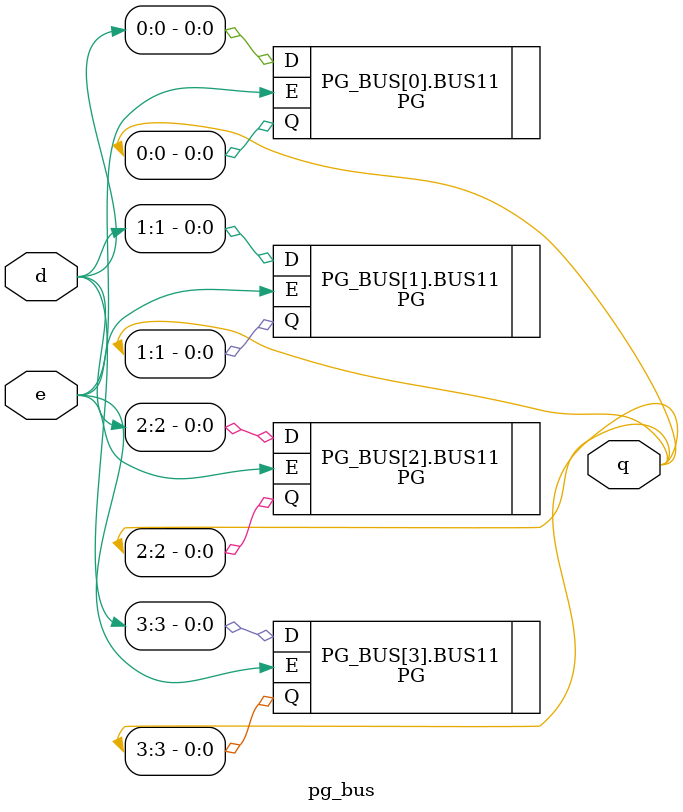
<source format=v>
`timescale 1ns / 10ps

/** The following steps are required to use OSCTIMER functions in Verilog.
   Step 1. OSCTIMER parameter definition
   Step 2. OSCTIMER block instantiation
   Step 3. Use of OSCTIMER outputs **/

module osc_pg_vlog(in0, in1, rst, tmr_rst, osc_dis0, osc_dis1, out0, out1, DX, Enable, QX);

input [3:0] DX;
input Enable;
output [3:0] QX;
wire [3:0] Q_REG;
reg [3:0] QX;

input 		rst, tmr_rst, osc_dis0, osc_dis1;
input		in0, in1;
output 	 	out0, out1;
reg		out0, out1;

/** Step 1. OSCTIMER parameter definition **/
defparam I1.TIMER_DIV = "128";

/** Step 2. OSCTIMER block instantiation **/
OSCTIMER I1 (.DYNOSCDIS(osc_dis), .TIMERRES(tmr_rst), .OSCOUT(osc_clk), .TIMEROUT(tmr_clk));

pg_bus I11 (.d(DX), .e(Enable),	.q(Q_REG));

assign osc_dis = osc_dis0 & osc_dis1;

/** Step 3. Use of OSCTIMER outputs **/
always@(posedge osc_clk or posedge rst)
    if(rst)
	out0 <= 1'b0;
    else
	out0 <= out0 + 1;

always@(posedge osc_clk or posedge rst)
    if(rst)
	QX <= "0000";
    else
	QX <= Q_REG;


always@(posedge tmr_clk or posedge rst) 
    if(rst)
	out1 <= 1'b0;
    else
	out1 <= in1 & in0;

endmodule


module pg_bus (d,e,q);
	parameter size = 4;
	input [size-1:0] d;
	input e;
	output [size-1:0] q;

  genvar i;

  generate
  for (i=0; i < 4; i=i+1) 
    begin : 
	PG_BUS PG BUS11 (
	.D(d[i]), 
	.E(e), 
	.Q(q[i]));
    end
  endgenerate
endmodule











</source>
